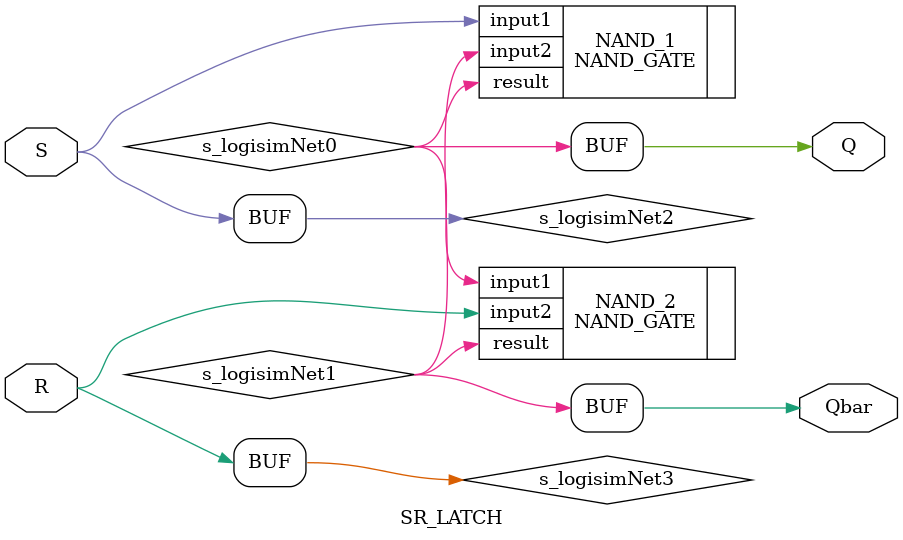
<source format=v>
/******************************************************************************
 ** Logisim-evolution goes FPGA automatic generated Verilog code             **
 ** https://github.com/logisim-evolution/                                    **
 **                                                                          **
 ** Component : SR_LATCH                                                     **
 **                                                                          **
 *****************************************************************************/

module SR_LATCH( Q,
                 Qbar,
                 R,
                 S );

   /*******************************************************************************
   ** The inputs are defined here                                                **
   *******************************************************************************/
   input R;
   input S;

   /*******************************************************************************
   ** The outputs are defined here                                               **
   *******************************************************************************/
   output Q;
   output Qbar;

   /*******************************************************************************
   ** The wires are defined here                                                 **
   *******************************************************************************/
   wire s_logisimNet0;
   wire s_logisimNet1;
   wire s_logisimNet2;
   wire s_logisimNet3;

   /*******************************************************************************
   ** The module functionality is described here                                 **
   *******************************************************************************/

   /*******************************************************************************
   ** Here all input connections are defined                                     **
   *******************************************************************************/
   assign s_logisimNet2 = S;
   assign s_logisimNet3 = R;

   /*******************************************************************************
   ** Here all output connections are defined                                    **
   *******************************************************************************/
   assign Q    = s_logisimNet0;
   assign Qbar = s_logisimNet1;

   /*******************************************************************************
   ** Here all normal components are defined                                     **
   *******************************************************************************/
   NAND_GATE #(.BubblesMask(2'b00))
      NAND_1 (.input1(s_logisimNet2),
              .input2(s_logisimNet1),
              .result(s_logisimNet0));

   NAND_GATE #(.BubblesMask(2'b00))
      NAND_2 (.input1(s_logisimNet0),
              .input2(s_logisimNet3),
              .result(s_logisimNet1));


endmodule

</source>
